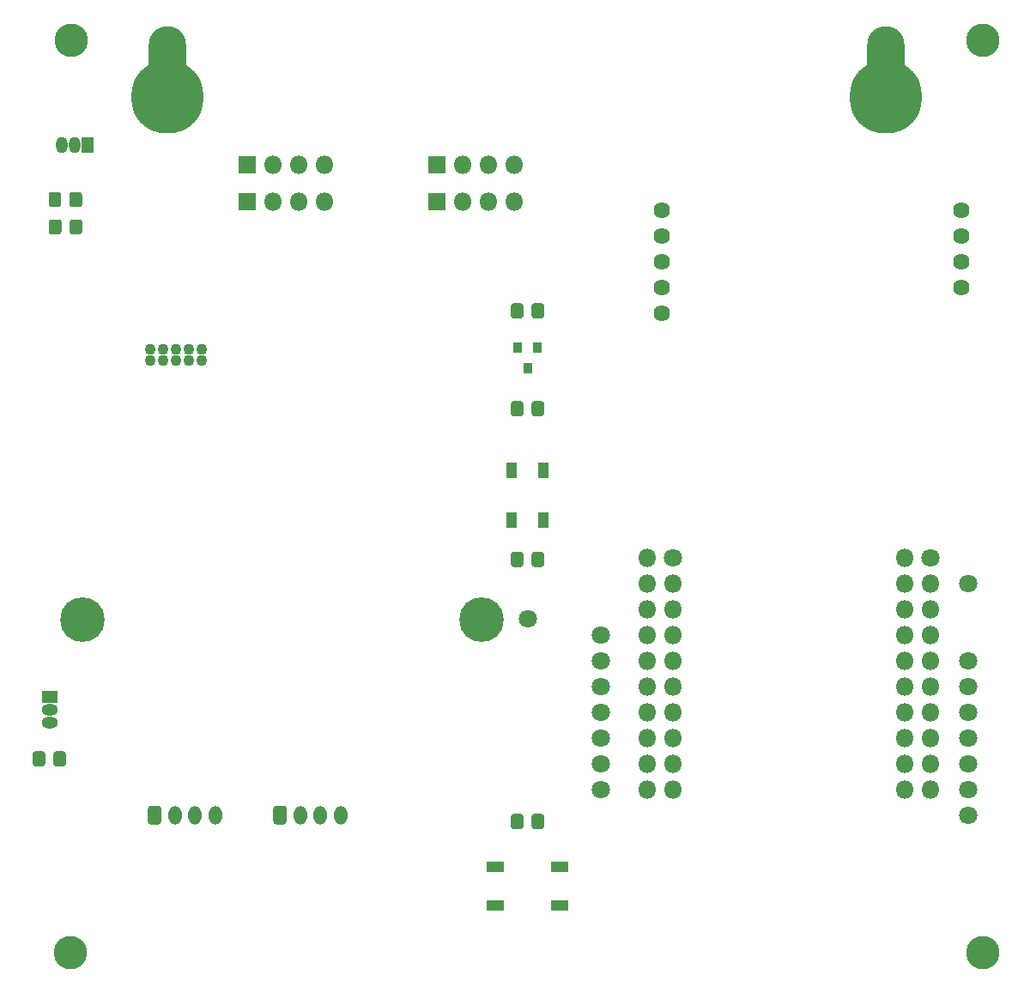
<source format=gbr>
%TF.GenerationSoftware,KiCad,Pcbnew,(5.1.6-0-10_14)*%
%TF.CreationDate,2020-09-22T10:55:38+02:00*%
%TF.ProjectId,airquality,61697271-7561-46c6-9974-792e6b696361,rev?*%
%TF.SameCoordinates,Original*%
%TF.FileFunction,Soldermask,Top*%
%TF.FilePolarity,Negative*%
%FSLAX46Y46*%
G04 Gerber Fmt 4.6, Leading zero omitted, Abs format (unit mm)*
G04 Created by KiCad (PCBNEW (5.1.6-0-10_14)) date 2020-09-22 10:55:38*
%MOMM*%
%LPD*%
G01*
G04 APERTURE LIST*
%ADD10C,1.100000*%
%ADD11C,3.300000*%
%ADD12C,1.800000*%
%ADD13C,4.400000*%
%ADD14O,7.200000X7.200000*%
%ADD15O,3.700000X7.200000*%
%ADD16R,0.900000X1.000000*%
%ADD17R,1.100000X1.600000*%
%ADD18O,1.800000X1.800000*%
%ADD19R,1.800000X1.800000*%
%ADD20R,1.800000X1.100000*%
%ADD21R,1.600000X1.150000*%
%ADD22O,1.600000X1.150000*%
%ADD23O,1.300000X1.850000*%
%ADD24R,1.150000X1.600000*%
%ADD25O,1.150000X1.600000*%
%ADD26C,1.624000*%
G04 APERTURE END LIST*
D10*
%TO.C,U1*%
X108435500Y-83591000D03*
X109705500Y-83591000D03*
X110975500Y-83591000D03*
X112245500Y-83591000D03*
X113515500Y-83591000D03*
X113515500Y-82431000D03*
X112245500Y-82431000D03*
X110975500Y-82431000D03*
X109705500Y-82431000D03*
X108435500Y-82431000D03*
%TD*%
D11*
%TO.C,H8*%
X100584000Y-141986000D03*
%TD*%
%TO.C,H7*%
X190563500Y-52006500D03*
%TD*%
%TO.C,H6*%
X190563500Y-141986000D03*
%TD*%
%TO.C,H5*%
X100647500Y-52006500D03*
%TD*%
D12*
%TO.C,J22*%
X189166500Y-118249700D03*
%TD*%
D13*
%TO.C,H2*%
X141160500Y-109156500D03*
%TD*%
%TO.C,H1*%
X101790500Y-109156500D03*
%TD*%
D14*
%TO.C,H4*%
X110172500Y-57594500D03*
D15*
X110172500Y-54165500D03*
%TD*%
D14*
%TO.C,H3*%
X180975000Y-57594500D03*
D15*
X180975000Y-54165500D03*
%TD*%
D12*
%TO.C,J25*%
X145669000Y-109093000D03*
%TD*%
%TO.C,R3*%
G36*
G01*
X146069000Y-88806762D02*
X146069000Y-87850238D01*
G75*
G02*
X146340738Y-87578500I271738J0D01*
G01*
X147047262Y-87578500D01*
G75*
G02*
X147319000Y-87850238I0J-271738D01*
G01*
X147319000Y-88806762D01*
G75*
G02*
X147047262Y-89078500I-271738J0D01*
G01*
X146340738Y-89078500D01*
G75*
G02*
X146069000Y-88806762I0J271738D01*
G01*
G37*
G36*
G01*
X144019000Y-88806762D02*
X144019000Y-87850238D01*
G75*
G02*
X144290738Y-87578500I271738J0D01*
G01*
X144997262Y-87578500D01*
G75*
G02*
X145269000Y-87850238I0J-271738D01*
G01*
X145269000Y-88806762D01*
G75*
G02*
X144997262Y-89078500I-271738J0D01*
G01*
X144290738Y-89078500D01*
G75*
G02*
X144019000Y-88806762I0J271738D01*
G01*
G37*
%TD*%
%TO.C,R1*%
G36*
G01*
X145269000Y-78198238D02*
X145269000Y-79154762D01*
G75*
G02*
X144997262Y-79426500I-271738J0D01*
G01*
X144290738Y-79426500D01*
G75*
G02*
X144019000Y-79154762I0J271738D01*
G01*
X144019000Y-78198238D01*
G75*
G02*
X144290738Y-77926500I271738J0D01*
G01*
X144997262Y-77926500D01*
G75*
G02*
X145269000Y-78198238I0J-271738D01*
G01*
G37*
G36*
G01*
X147319000Y-78198238D02*
X147319000Y-79154762D01*
G75*
G02*
X147047262Y-79426500I-271738J0D01*
G01*
X146340738Y-79426500D01*
G75*
G02*
X146069000Y-79154762I0J271738D01*
G01*
X146069000Y-78198238D01*
G75*
G02*
X146340738Y-77926500I271738J0D01*
G01*
X147047262Y-77926500D01*
G75*
G02*
X147319000Y-78198238I0J-271738D01*
G01*
G37*
%TD*%
D16*
%TO.C,Q1*%
X145669000Y-84328000D03*
X144719000Y-82328000D03*
X146619000Y-82328000D03*
%TD*%
D17*
%TO.C,D1*%
X144069000Y-99287500D03*
X147269000Y-99287500D03*
X144069000Y-94387500D03*
X147269000Y-94387500D03*
%TD*%
%TO.C,C1*%
G36*
G01*
X146069000Y-103665762D02*
X146069000Y-102709238D01*
G75*
G02*
X146340738Y-102437500I271738J0D01*
G01*
X147047262Y-102437500D01*
G75*
G02*
X147319000Y-102709238I0J-271738D01*
G01*
X147319000Y-103665762D01*
G75*
G02*
X147047262Y-103937500I-271738J0D01*
G01*
X146340738Y-103937500D01*
G75*
G02*
X146069000Y-103665762I0J271738D01*
G01*
G37*
G36*
G01*
X144019000Y-103665762D02*
X144019000Y-102709238D01*
G75*
G02*
X144290738Y-102437500I271738J0D01*
G01*
X144997262Y-102437500D01*
G75*
G02*
X145269000Y-102709238I0J-271738D01*
G01*
X145269000Y-103665762D01*
G75*
G02*
X144997262Y-103937500I-271738J0D01*
G01*
X144290738Y-103937500D01*
G75*
G02*
X144019000Y-103665762I0J271738D01*
G01*
G37*
%TD*%
D12*
%TO.C,J14*%
X189141100Y-125907800D03*
%TD*%
%TO.C,J15*%
X189141100Y-128460500D03*
%TD*%
%TO.C,J4*%
X189166500Y-115709700D03*
%TD*%
%TO.C,J3*%
X189166500Y-113169700D03*
%TD*%
D18*
%TO.C,J23*%
X144310100Y-64249300D03*
X141770100Y-64249300D03*
X139230100Y-64249300D03*
D19*
X136690100Y-64249300D03*
%TD*%
D18*
%TO.C,J24*%
X125641100Y-64249300D03*
X123101100Y-64249300D03*
X120561100Y-64249300D03*
D19*
X118021100Y-64249300D03*
%TD*%
D20*
%TO.C,SW1*%
X148819000Y-137319700D03*
X142519000Y-137319700D03*
X148819000Y-133519700D03*
X142519000Y-133519700D03*
%TD*%
%TO.C,R2*%
G36*
G01*
X146069000Y-129522962D02*
X146069000Y-128566438D01*
G75*
G02*
X146340738Y-128294700I271738J0D01*
G01*
X147047262Y-128294700D01*
G75*
G02*
X147319000Y-128566438I0J-271738D01*
G01*
X147319000Y-129522962D01*
G75*
G02*
X147047262Y-129794700I-271738J0D01*
G01*
X146340738Y-129794700D01*
G75*
G02*
X146069000Y-129522962I0J271738D01*
G01*
G37*
G36*
G01*
X144019000Y-129522962D02*
X144019000Y-128566438D01*
G75*
G02*
X144290738Y-128294700I271738J0D01*
G01*
X144997262Y-128294700D01*
G75*
G02*
X145269000Y-128566438I0J-271738D01*
G01*
X145269000Y-129522962D01*
G75*
G02*
X144997262Y-129794700I-271738J0D01*
G01*
X144290738Y-129794700D01*
G75*
G02*
X144019000Y-129522962I0J271738D01*
G01*
G37*
%TD*%
D12*
%TO.C,J16*%
X189166500Y-120789700D03*
%TD*%
%TO.C,J13*%
X189166500Y-123329700D03*
%TD*%
%TO.C,J11*%
X152882600Y-115709700D03*
%TD*%
%TO.C,J10*%
X152882600Y-120789700D03*
%TD*%
%TO.C,J9*%
X152882600Y-113169700D03*
%TD*%
%TO.C,J8*%
X152882600Y-123329700D03*
%TD*%
%TO.C,J7*%
X152882600Y-110629700D03*
%TD*%
%TO.C,J6*%
X152882600Y-125869700D03*
%TD*%
%TO.C,J5*%
X152882600Y-118249700D03*
%TD*%
%TO.C,J2*%
X189166500Y-105549700D03*
%TD*%
D21*
%TO.C,U3*%
X98552000Y-116776500D03*
D22*
X98552000Y-119316500D03*
X98552000Y-118046500D03*
%TD*%
%TO.C,C6*%
G36*
G01*
X98088500Y-122394238D02*
X98088500Y-123350762D01*
G75*
G02*
X97816762Y-123622500I-271738J0D01*
G01*
X97110238Y-123622500D01*
G75*
G02*
X96838500Y-123350762I0J271738D01*
G01*
X96838500Y-122394238D01*
G75*
G02*
X97110238Y-122122500I271738J0D01*
G01*
X97816762Y-122122500D01*
G75*
G02*
X98088500Y-122394238I0J-271738D01*
G01*
G37*
G36*
G01*
X100138500Y-122394238D02*
X100138500Y-123350762D01*
G75*
G02*
X99866762Y-123622500I-271738J0D01*
G01*
X99160238Y-123622500D01*
G75*
G02*
X98888500Y-123350762I0J271738D01*
G01*
X98888500Y-122394238D01*
G75*
G02*
X99160238Y-122122500I271738J0D01*
G01*
X99866762Y-122122500D01*
G75*
G02*
X100138500Y-122394238I0J-271738D01*
G01*
G37*
%TD*%
D23*
%TO.C,J21*%
X127246900Y-128409700D03*
X125246900Y-128409700D03*
X123246900Y-128409700D03*
G36*
G01*
X120596900Y-129063868D02*
X120596900Y-127755532D01*
G75*
G02*
X120867732Y-127484700I270832J0D01*
G01*
X121626068Y-127484700D01*
G75*
G02*
X121896900Y-127755532I0J-270832D01*
G01*
X121896900Y-129063868D01*
G75*
G02*
X121626068Y-129334700I-270832J0D01*
G01*
X120867732Y-129334700D01*
G75*
G02*
X120596900Y-129063868I0J270832D01*
G01*
G37*
%TD*%
D18*
%TO.C,J19*%
X125641100Y-67868800D03*
X123101100Y-67868800D03*
X120561100Y-67868800D03*
D19*
X118021100Y-67868800D03*
%TD*%
D24*
%TO.C,U2*%
X102273100Y-62318900D03*
D25*
X99733100Y-62318900D03*
X101003100Y-62318900D03*
%TD*%
%TO.C,R4*%
G36*
G01*
X100479700Y-68181962D02*
X100479700Y-67225438D01*
G75*
G02*
X100751438Y-66953700I271738J0D01*
G01*
X101457962Y-66953700D01*
G75*
G02*
X101729700Y-67225438I0J-271738D01*
G01*
X101729700Y-68181962D01*
G75*
G02*
X101457962Y-68453700I-271738J0D01*
G01*
X100751438Y-68453700D01*
G75*
G02*
X100479700Y-68181962I0J271738D01*
G01*
G37*
G36*
G01*
X98429700Y-68181962D02*
X98429700Y-67225438D01*
G75*
G02*
X98701438Y-66953700I271738J0D01*
G01*
X99407962Y-66953700D01*
G75*
G02*
X99679700Y-67225438I0J-271738D01*
G01*
X99679700Y-68181962D01*
G75*
G02*
X99407962Y-68453700I-271738J0D01*
G01*
X98701438Y-68453700D01*
G75*
G02*
X98429700Y-68181962I0J271738D01*
G01*
G37*
%TD*%
%TO.C,C5*%
G36*
G01*
X100497700Y-70874362D02*
X100497700Y-69917838D01*
G75*
G02*
X100769438Y-69646100I271738J0D01*
G01*
X101475962Y-69646100D01*
G75*
G02*
X101747700Y-69917838I0J-271738D01*
G01*
X101747700Y-70874362D01*
G75*
G02*
X101475962Y-71146100I-271738J0D01*
G01*
X100769438Y-71146100D01*
G75*
G02*
X100497700Y-70874362I0J271738D01*
G01*
G37*
G36*
G01*
X98447700Y-70874362D02*
X98447700Y-69917838D01*
G75*
G02*
X98719438Y-69646100I271738J0D01*
G01*
X99425962Y-69646100D01*
G75*
G02*
X99697700Y-69917838I0J-271738D01*
G01*
X99697700Y-70874362D01*
G75*
G02*
X99425962Y-71146100I-271738J0D01*
G01*
X98719438Y-71146100D01*
G75*
G02*
X98447700Y-70874362I0J271738D01*
G01*
G37*
%TD*%
D18*
%TO.C,J18*%
X144310100Y-67932300D03*
X141770100Y-67932300D03*
X139230100Y-67932300D03*
D19*
X136690100Y-67932300D03*
%TD*%
D23*
%TO.C,J20*%
X114877100Y-128409700D03*
X112877100Y-128409700D03*
X110877100Y-128409700D03*
G36*
G01*
X108227100Y-129063868D02*
X108227100Y-127755532D01*
G75*
G02*
X108497932Y-127484700I270832J0D01*
G01*
X109256268Y-127484700D01*
G75*
G02*
X109527100Y-127755532I0J-270832D01*
G01*
X109527100Y-129063868D01*
G75*
G02*
X109256268Y-129334700I-270832J0D01*
G01*
X108497932Y-129334700D01*
G75*
G02*
X108227100Y-129063868I0J270832D01*
G01*
G37*
%TD*%
D18*
%TO.C,J12*%
X182841900Y-125869700D03*
X185381900Y-125869700D03*
X182841900Y-123329700D03*
X185381900Y-123329700D03*
X182841900Y-120789700D03*
X185381900Y-120789700D03*
X182841900Y-118249700D03*
X185381900Y-118249700D03*
X182841900Y-115709700D03*
X185381900Y-115709700D03*
X182841900Y-113169700D03*
X185381900Y-113169700D03*
X182841900Y-110629700D03*
X185381900Y-110629700D03*
X182841900Y-108089700D03*
X185381900Y-108089700D03*
X182841900Y-105549700D03*
X185381900Y-105549700D03*
X182841900Y-103009700D03*
D12*
X185381900Y-103009700D03*
%TD*%
D18*
%TO.C,J1*%
X157441900Y-125869700D03*
X159981900Y-125869700D03*
X157441900Y-123329700D03*
X159981900Y-123329700D03*
X157441900Y-120789700D03*
X159981900Y-120789700D03*
X157441900Y-118249700D03*
X159981900Y-118249700D03*
X157441900Y-115709700D03*
X159981900Y-115709700D03*
X157441900Y-113169700D03*
X159981900Y-113169700D03*
X157441900Y-110629700D03*
X159981900Y-110629700D03*
X157441900Y-108089700D03*
X159981900Y-108089700D03*
X157441900Y-105549700D03*
X159981900Y-105549700D03*
X157441900Y-103009700D03*
D12*
X159981900Y-103009700D03*
%TD*%
D26*
%TO.C,J17*%
X158942100Y-78917800D03*
X158942100Y-76377800D03*
X158942100Y-73837800D03*
X158942100Y-71297800D03*
X158942100Y-68757800D03*
X188427100Y-76377800D03*
X188427100Y-73837800D03*
X188427100Y-71297800D03*
X188427100Y-68757800D03*
%TD*%
M02*

</source>
